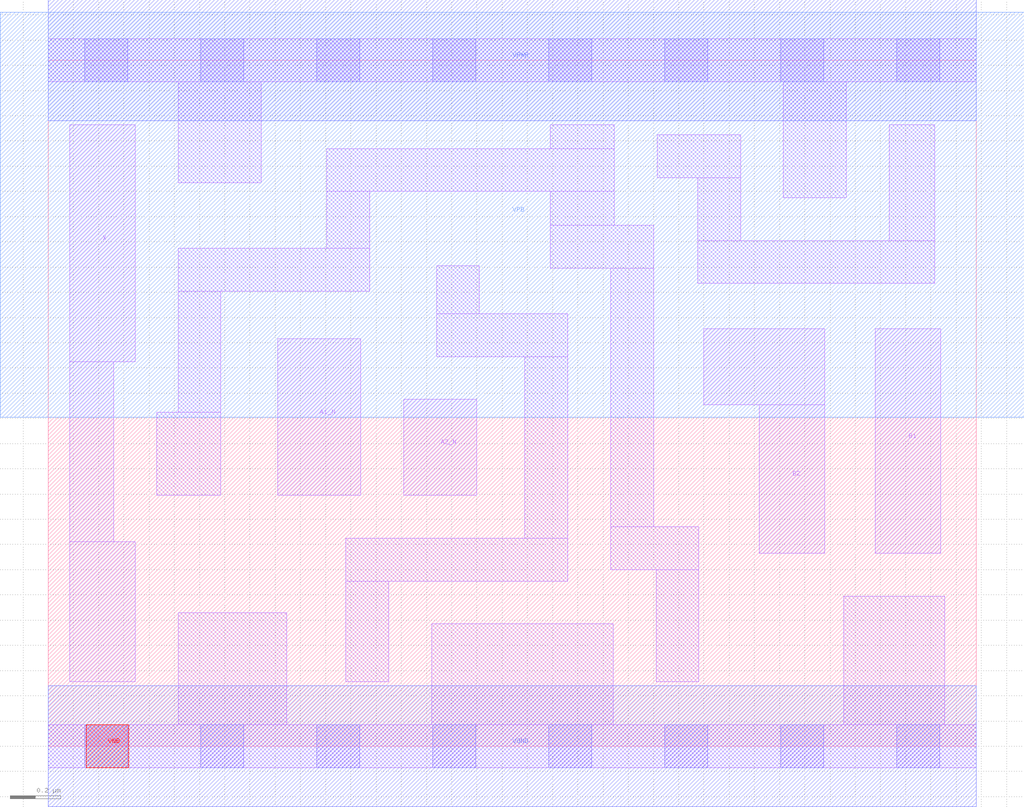
<source format=lef>
# Copyright 2020 The SkyWater PDK Authors
#
# Licensed under the Apache License, Version 2.0 (the "License");
# you may not use this file except in compliance with the License.
# You may obtain a copy of the License at
#
#     https://www.apache.org/licenses/LICENSE-2.0
#
# Unless required by applicable law or agreed to in writing, software
# distributed under the License is distributed on an "AS IS" BASIS,
# WITHOUT WARRANTIES OR CONDITIONS OF ANY KIND, either express or implied.
# See the License for the specific language governing permissions and
# limitations under the License.
#
# SPDX-License-Identifier: Apache-2.0

VERSION 5.7 ;
  NOWIREEXTENSIONATPIN ON ;
  DIVIDERCHAR "/" ;
  BUSBITCHARS "[]" ;
MACRO sky130_fd_sc_hd__a2bb2o_1
  CLASS CORE ;
  FOREIGN sky130_fd_sc_hd__a2bb2o_1 ;
  ORIGIN  0.000000  0.000000 ;
  SIZE  3.680000 BY  2.720000 ;
  SYMMETRY X Y R90 ;
  SITE unithd ;
  PIN A1_N
    ANTENNAGATEAREA  0.126000 ;
    DIRECTION INPUT ;
    USE SIGNAL ;
    PORT
      LAYER li1 ;
        RECT 0.910000 0.995000 1.240000 1.615000 ;
    END
  END A1_N
  PIN A2_N
    ANTENNAGATEAREA  0.126000 ;
    DIRECTION INPUT ;
    USE SIGNAL ;
    PORT
      LAYER li1 ;
        RECT 1.410000 0.995000 1.700000 1.375000 ;
    END
  END A2_N
  PIN B1
    ANTENNAGATEAREA  0.126000 ;
    DIRECTION INPUT ;
    USE SIGNAL ;
    PORT
      LAYER li1 ;
        RECT 3.280000 0.765000 3.540000 1.655000 ;
    END
  END B1
  PIN B2
    ANTENNAGATEAREA  0.126000 ;
    DIRECTION INPUT ;
    USE SIGNAL ;
    PORT
      LAYER li1 ;
        RECT 2.600000 1.355000 3.080000 1.655000 ;
        RECT 2.820000 0.765000 3.080000 1.355000 ;
    END
  END B2
  PIN X
    ANTENNADIFFAREA  0.429000 ;
    DIRECTION OUTPUT ;
    USE SIGNAL ;
    PORT
      LAYER li1 ;
        RECT 0.085000 0.255000 0.345000 0.810000 ;
        RECT 0.085000 0.810000 0.260000 1.525000 ;
        RECT 0.085000 1.525000 0.345000 2.465000 ;
    END
  END X
  PIN VGND
    DIRECTION INOUT ;
    SHAPE ABUTMENT ;
    USE GROUND ;
    PORT
      LAYER met1 ;
        RECT 0.000000 -0.240000 3.680000 0.240000 ;
    END
  END VGND
  PIN VNB
    DIRECTION INOUT ;
    USE GROUND ;
    PORT
      LAYER pwell ;
        RECT 0.150000 -0.085000 0.320000 0.085000 ;
    END
  END VNB
  PIN VPB
    DIRECTION INOUT ;
    USE POWER ;
    PORT
      LAYER nwell ;
        RECT -0.190000 1.305000 3.870000 2.910000 ;
    END
  END VPB
  PIN VPWR
    DIRECTION INOUT ;
    SHAPE ABUTMENT ;
    USE POWER ;
    PORT
      LAYER met1 ;
        RECT 0.000000 2.480000 3.680000 2.960000 ;
    END
  END VPWR
  OBS
    LAYER li1 ;
      RECT 0.000000 -0.085000 3.680000 0.085000 ;
      RECT 0.000000  2.635000 3.680000 2.805000 ;
      RECT 0.430000  0.995000 0.685000 1.325000 ;
      RECT 0.515000  0.085000 0.945000 0.530000 ;
      RECT 0.515000  1.325000 0.685000 1.805000 ;
      RECT 0.515000  1.805000 1.275000 1.975000 ;
      RECT 0.515000  2.235000 0.845000 2.635000 ;
      RECT 1.105000  1.975000 1.275000 2.200000 ;
      RECT 1.105000  2.200000 2.245000 2.370000 ;
      RECT 1.180000  0.255000 1.350000 0.655000 ;
      RECT 1.180000  0.655000 2.060000 0.825000 ;
      RECT 1.520000  0.085000 2.240000 0.485000 ;
      RECT 1.540000  1.545000 2.060000 1.715000 ;
      RECT 1.540000  1.715000 1.710000 1.905000 ;
      RECT 1.890000  0.825000 2.060000 1.545000 ;
      RECT 1.990000  1.895000 2.400000 2.065000 ;
      RECT 1.990000  2.065000 2.245000 2.200000 ;
      RECT 1.990000  2.370000 2.245000 2.465000 ;
      RECT 2.230000  0.700000 2.580000 0.870000 ;
      RECT 2.230000  0.870000 2.400000 1.895000 ;
      RECT 2.410000  0.255000 2.580000 0.700000 ;
      RECT 2.415000  2.255000 2.745000 2.425000 ;
      RECT 2.575000  1.835000 3.515000 2.005000 ;
      RECT 2.575000  2.005000 2.745000 2.255000 ;
      RECT 2.915000  2.175000 3.165000 2.635000 ;
      RECT 3.155000  0.085000 3.555000 0.595000 ;
      RECT 3.335000  2.005000 3.515000 2.465000 ;
    LAYER mcon ;
      RECT 0.145000 -0.085000 0.315000 0.085000 ;
      RECT 0.145000  2.635000 0.315000 2.805000 ;
      RECT 0.605000 -0.085000 0.775000 0.085000 ;
      RECT 0.605000  2.635000 0.775000 2.805000 ;
      RECT 1.065000 -0.085000 1.235000 0.085000 ;
      RECT 1.065000  2.635000 1.235000 2.805000 ;
      RECT 1.525000 -0.085000 1.695000 0.085000 ;
      RECT 1.525000  2.635000 1.695000 2.805000 ;
      RECT 1.985000 -0.085000 2.155000 0.085000 ;
      RECT 1.985000  2.635000 2.155000 2.805000 ;
      RECT 2.445000 -0.085000 2.615000 0.085000 ;
      RECT 2.445000  2.635000 2.615000 2.805000 ;
      RECT 2.905000 -0.085000 3.075000 0.085000 ;
      RECT 2.905000  2.635000 3.075000 2.805000 ;
      RECT 3.365000 -0.085000 3.535000 0.085000 ;
      RECT 3.365000  2.635000 3.535000 2.805000 ;
  END
END sky130_fd_sc_hd__a2bb2o_1
END LIBRARY

</source>
